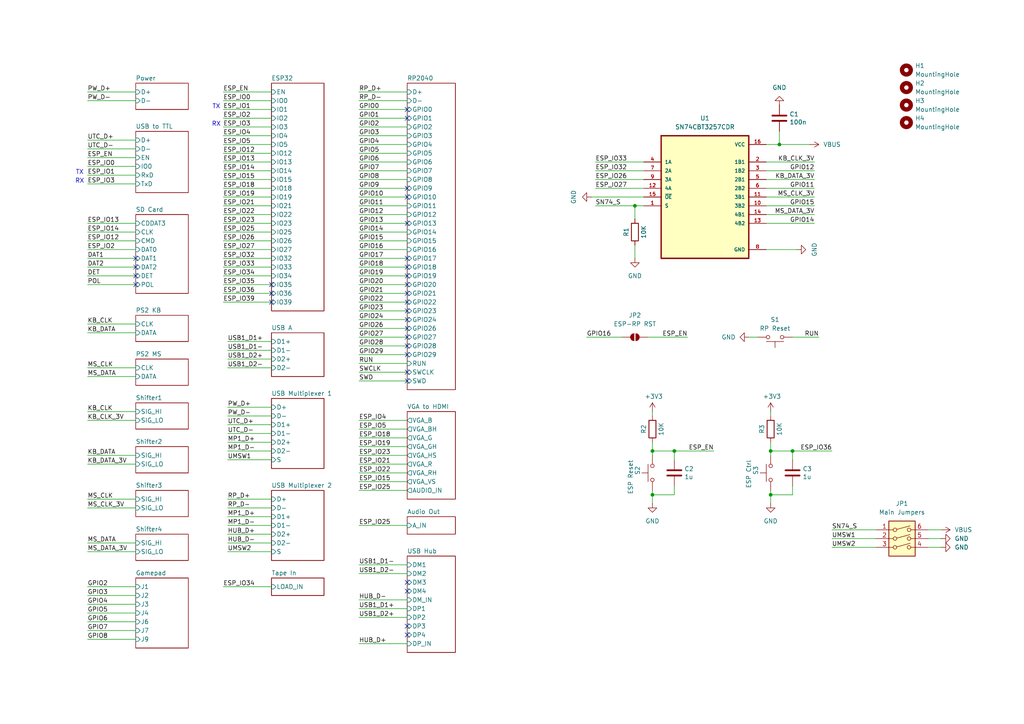
<source format=kicad_sch>
(kicad_sch (version 20250114) (generator "eeschema") (generator_version "9.0")
  (paper "A4")
  (title_block (title "${NAME} ${MODEL}") (date "2025-07-03") (rev "${VERSION}") (company "Mikhail Matveev") (comment 1 "https://github.com/rh1tech/echo"))
  (lib_symbols
    (symbol "Device:C" (pin_numbers (hide yes)) (pin_names (offset 0.254))
      (property "Reference" "C" (at 0.635 2.54 0))
      (property "Value" "C" (at 0.635 -2.54 0))
      (symbol "C_0_1"
        (polyline (pts (xy -2.032 0.762) (xy 2.032 0.762)) (stroke (width 0.508)))
        (polyline (pts (xy -2.032 -0.762) (xy 2.032 -0.762)) (stroke (width 0.508)))
      )
      (symbol "C_1_1"
        (pin passive line (at 0 3.81 270) (length 2.794) (name "~") (number "1"))
        (pin passive line (at 0 -3.81 90) (length 2.794) (name "~") (number "2"))
      )
    )
    (symbol "Device:R" (pin_numbers (hide yes)) (pin_names (offset 0))
      (property "Reference" "R" (at 2.032 0 90))
      (property "Value" "R" (at 0 0 90))
      (symbol "R_0_1"
        (rectangle (start -1.016 -2.54) (end 1.016 2.54) (stroke (width 0.254)))
      )
      (symbol "R_1_1"
        (pin passive line (at 0 3.81 270) (length 1.27) (name "~") (number "1"))
        (pin passive line (at 0 -3.81 90) (length 1.27) (name "~") (number "2"))
      )
    )
    (symbol "GND_1" (power) (pin_numbers (hide yes)) (pin_names (offset 0) (hide yes))
      (property "Value" "GND" (at 0 -3.81 0))
      (symbol "GND_1_0_1"
        (polyline (pts (xy 0 0) (xy 0 -1.27) (xy 1.27 -1.27) (xy 0 -2.54) (xy -1.27 -1.27) (xy 0 -1.27)))
      )
      (symbol "GND_1_1_1"
        (pin power_in line (at 0 0 270) (length 0) (name "~") (number "1"))
      )
    )
    (symbol "Jumper:SolderJumper_2_Open" (pin_numbers (hide yes)) (pin_names (offset 0) (hide yes)) (exclude_from_sim yes) (in_bom no)
      (property "Reference" "JP" (at 0 2.032 0))
      (property "Value" "SolderJumper_2_Open" (at 0 -2.54 0))
      (symbol "SolderJumper_2_Open_0_1"
        (polyline (pts (xy -0.254 1.016) (xy -0.254 -1.016)))
        (arc (start -0.254 -1.016) (mid -1.2656 0) (end -0.254 1.016))
        (arc (start -0.254 -1.016) (mid -1.2656 0) (end -0.254 1.016) (fill (type outline)))
        (arc (start 0.254 1.016) (mid 1.2656 0) (end 0.254 -1.016))
        (arc (start 0.254 1.016) (mid 1.2656 0) (end 0.254 -1.016) (fill (type outline)))
        (polyline (pts (xy 0.254 1.016) (xy 0.254 -1.016)))
      )
      (symbol "SolderJumper_2_Open_1_1"
        (pin passive line (at -3.81 0 0) (length 2.54) (name "A") (number "1"))
        (pin passive line (at 3.81 0 180) (length 2.54) (name "B") (number "2"))
      )
    )
    (symbol "Mechanical:MountingHole" (pin_names (offset 1.016)) (exclude_from_sim yes) (in_bom no)
      (property "Reference" "H" (at 0 5.08 0))
      (property "Value" "MountingHole" (at 0 3.175 0))
      (symbol "MountingHole_0_1"
        (circle (center 0 0) (radius 1.27) (stroke (width 1.27)))
      )
    )
    (symbol "SN74CBT3257CDR:SN74CBT3257CDR" (pin_names (offset 1.016))
      (property "Reference" "U" (at -12.7 18.78 0))
      (property "Value" "SN74CBT3257CDR" (at -12.7 -21.78 0))
      (symbol "SN74CBT3257CDR_0_0"
        (rectangle (start -12.7 -17.78) (end 12.7 17.78) (stroke (width 0.41)) (fill (type background)))
        (pin input line (at -17.78 10.16 0) (length 5.08) (name "1A") (number "4"))
        (pin input line (at -17.78 7.62 0) (length 5.08) (name "2A") (number "7"))
        (pin input line (at -17.78 5.08 0) (length 5.08) (name "3A") (number "9"))
        (pin input line (at -17.78 2.54 0) (length 5.08) (name "4A") (number "12"))
        (pin input line (at -17.78 0 0) (length 5.08) (name "~{OE}") (number "15"))
        (pin input line (at -17.78 -2.54 0) (length 5.08) (name "S") (number "1"))
        (pin power_in line (at 17.78 15.24 180) (length 5.08) (name "VCC") (number "16"))
        (pin output line (at 17.78 10.16 180) (length 5.08) (name "1B1") (number "2"))
        (pin output line (at 17.78 7.62 180) (length 5.08) (name "1B2") (number "3"))
        (pin output line (at 17.78 5.08 180) (length 5.08) (name "2B1") (number "5"))
        (pin output line (at 17.78 2.54 180) (length 5.08) (name "2B2") (number "6"))
        (pin output line (at 17.78 0 180) (length 5.08) (name "3B1") (number "11"))
        (pin output line (at 17.78 -2.54 180) (length 5.08) (name "3B2") (number "10"))
        (pin output line (at 17.78 -5.08 180) (length 5.08) (name "4B1") (number "14"))
        (pin output line (at 17.78 -7.62 180) (length 5.08) (name "4B2") (number "13"))
        (pin power_in line (at 17.78 -15.24 180) (length 5.08) (name "GND") (number "8"))
      )
    )
    (symbol "Switch:SW_DIP_x03" (pin_names (offset 0) (hide yes))
      (property "Reference" "SW" (at 0 6.35 0))
      (property "Value" "SW_DIP_x03" (at 0 -6.35 0))
      (symbol "SW_DIP_x03_0_0"
        (circle (center -2.032 2.54) (radius 0.508))
        (circle (center -2.032 0) (radius 0.508))
        (circle (center -2.032 -2.54) (radius 0.508))
        (polyline (pts (xy -1.524 2.667) (xy 2.3622 3.7084)))
        (polyline (pts (xy -1.524 0.127) (xy 2.3622 1.1684)))
        (polyline (pts (xy -1.524 -2.413) (xy 2.3622 -1.3716)))
        (circle (center 2.032 2.54) (radius 0.508))
        (circle (center 2.032 0) (radius 0.508))
        (circle (center 2.032 -2.54) (radius 0.508))
      )
      (symbol "SW_DIP_x03_0_1"
        (rectangle (start -3.81 5.08) (end 3.81 -5.08) (stroke (width 0.254)) (fill (type background)))
      )
      (symbol "SW_DIP_x03_1_1"
        (pin passive line (at -7.62 2.54 0) (length 5.08) (name "~") (number "1"))
        (pin passive line (at -7.62 0 0) (length 5.08) (name "~") (number "2"))
        (pin passive line (at -7.62 -2.54 0) (length 5.08) (name "~") (number "3"))
        (pin passive line (at 7.62 2.54 180) (length 5.08) (name "~") (number "6"))
        (pin passive line (at 7.62 0 180) (length 5.08) (name "~") (number "5"))
        (pin passive line (at 7.62 -2.54 180) (length 5.08) (name "~") (number "4"))
      )
    )
    (symbol "Switch:SW_Push" (pin_numbers (hide yes)) (pin_names (offset 1.016) (hide yes))
      (property "Reference" "SW" (at 1.27 2.54 0))
      (property "Value" "SW_Push" (at 0 -1.524 0))
      (symbol "SW_Push_0_1"
        (circle (center -2.032 0) (radius 0.508))
        (polyline (pts (xy 0 1.27) (xy 0 3.048)))
        (circle (center 2.032 0) (radius 0.508))
        (polyline (pts (xy 2.54 1.27) (xy -2.54 1.27)))
        (pin passive line (at -5.08 0 0) (length 2.54) (name "1") (number "1"))
        (pin passive line (at 5.08 0 180) (length 2.54) (name "2") (number "2"))
      )
    )
    (symbol "power:+3V3" (power) (pin_numbers (hide yes)) (pin_names (offset 0) (hide yes))
      (property "Value" "+3V3" (at 0 3.556 0))
      (symbol "+3V3_0_1"
        (polyline (pts (xy -0.762 1.27) (xy 0 2.54)))
        (polyline (pts (xy 0 2.54) (xy 0.762 1.27)))
        (polyline (pts (xy 0 0) (xy 0 2.54)))
      )
      (symbol "+3V3_1_1"
        (pin power_in line (at 0 0 90) (length 0) (name "~") (number "1"))
      )
    )
    (symbol "power:GND" (power) (pin_numbers (hide yes)) (pin_names (offset 0) (hide yes))
      (property "Value" "GND" (at 0 -3.81 0))
      (symbol "GND_0_1"
        (polyline (pts (xy 0 0) (xy 0 -1.27) (xy 1.27 -1.27) (xy 0 -2.54) (xy -1.27 -1.27) (xy 0 -1.27)))
      )
      (symbol "GND_1_1"
        (pin power_in line (at 0 0 270) (length 0) (name "~") (number "1"))
      )
    )
    (symbol "power:VBUS" (power) (pin_numbers (hide yes)) (pin_names (offset 0) (hide yes))
      (property "Value" "VBUS" (at 0 3.556 0))
      (symbol "VBUS_0_1"
        (polyline (pts (xy -0.762 1.27) (xy 0 2.54)))
        (polyline (pts (xy 0 2.54) (xy 0.762 1.27)))
        (polyline (pts (xy 0 0) (xy 0 2.54)))
      )
      (symbol "VBUS_1_1"
        (pin power_in line (at 0 0 90) (length 0) (name "~") (number "1"))
      )
    )
  )
  (text "RX" (at 23.114 52.578 0) (effects (font (size 1.27 1.27))))
  (text "TX" (at 62.738 30.988 0) (effects (font (size 1.27 1.27))))
  (text "RX" (at 62.738 36.068 0) (effects (font (size 1.27 1.27))))
  (text "TX" (at 23.114 50.038 0) (effects (font (size 1.27 1.27))))
  (junction (at 189.23 143.51))
  (junction (at 223.52 130.81))
  (junction (at 195.58 130.81))
  (junction (at 189.23 130.81))
  (junction (at 226.06 41.91))
  (junction (at 229.87 130.81))
  (junction (at 184.15 59.69))
  (junction (at 223.52 143.51))
  (no_connect (at 118.11 54.61))
  (no_connect (at 39.37 80.01))
  (no_connect (at 118.11 100.33))
  (no_connect (at 118.11 85.09))
  (no_connect (at 118.11 171.45))
  (no_connect (at 39.37 82.55))
  (no_connect (at 118.11 107.95))
  (no_connect (at 78.74 87.63))
  (no_connect (at 118.11 80.01))
  (no_connect (at 118.11 87.63))
  (no_connect (at 118.11 31.75))
  (no_connect (at 118.11 34.29))
  (no_connect (at 78.74 82.55))
  (no_connect (at 78.74 85.09))
  (no_connect (at 118.11 82.55))
  (no_connect (at 118.11 181.61))
  (no_connect (at 118.11 57.15))
  (no_connect (at 118.11 102.87))
  (no_connect (at 118.11 77.47))
  (no_connect (at 118.11 64.77))
  (no_connect (at 118.11 92.71))
  (no_connect (at 118.11 184.15))
  (no_connect (at 118.11 168.91))
  (no_connect (at 118.11 97.79))
  (no_connect (at 39.37 77.47))
  (no_connect (at 118.11 110.49))
  (no_connect (at 118.11 95.25))
  (no_connect (at 118.11 74.93))
  (no_connect (at 118.11 90.17))
  (no_connect (at 39.37 74.93))
  (wire (pts (xy 236.22 54.61) (xy 222.25 54.61)))
  (wire (pts (xy 172.72 46.99) (xy 186.69 46.99)))
  (wire (pts (xy 222.25 62.23) (xy 236.22 62.23)))
  (wire (pts (xy 189.23 119.38) (xy 189.23 120.65)))
  (wire (pts (xy 25.4 67.31) (xy 39.37 67.31)))
  (wire (pts (xy 171.45 57.15) (xy 186.69 57.15)))
  (wire (pts (xy 66.04 128.27) (xy 78.74 128.27)))
  (wire (pts (xy 104.14 69.85) (xy 118.11 69.85)))
  (wire (pts (xy 104.14 129.54) (xy 118.11 129.54)))
  (wire (pts (xy 25.4 43.18) (xy 39.37 43.18)))
  (wire (pts (xy 66.04 106.68) (xy 78.74 106.68)))
  (wire (pts (xy 64.77 87.63) (xy 78.74 87.63)))
  (wire (pts (xy 64.77 69.85) (xy 78.74 69.85)))
  (wire (pts (xy 104.14 176.53) (xy 118.11 176.53)))
  (wire (pts (xy 66.04 152.4) (xy 78.74 152.4)))
  (wire (pts (xy 104.14 121.92) (xy 118.11 121.92)))
  (wire (pts (xy 64.77 41.91) (xy 78.74 41.91)))
  (wire (pts (xy 66.04 99.06) (xy 78.74 99.06)))
  (wire (pts (xy 64.77 82.55) (xy 78.74 82.55)))
  (wire (pts (xy 104.14 139.7) (xy 118.11 139.7)))
  (wire (pts (xy 104.14 36.83) (xy 118.11 36.83)))
  (wire (pts (xy 64.77 77.47) (xy 78.74 77.47)))
  (wire (pts (xy 104.14 26.67) (xy 118.11 26.67)))
  (wire (pts (xy 222.25 41.91) (xy 226.06 41.91)))
  (wire (pts (xy 104.14 152.4) (xy 118.11 152.4)))
  (wire (pts (xy 222.25 57.15) (xy 236.22 57.15)))
  (wire (pts (xy 104.14 44.45) (xy 118.11 44.45)))
  (wire (pts (xy 104.14 85.09) (xy 118.11 85.09)))
  (wire (pts (xy 104.14 54.61) (xy 118.11 54.61)))
  (wire (pts (xy 66.04 160.02) (xy 78.74 160.02)))
  (wire (pts (xy 64.77 36.83) (xy 78.74 36.83)))
  (wire (pts (xy 66.04 149.86) (xy 78.74 149.86)))
  (wire (pts (xy 172.72 59.69) (xy 184.15 59.69)))
  (wire (pts (xy 219.71 97.79) (xy 217.17 97.79)))
  (wire (pts (xy 25.4 172.72) (xy 39.37 172.72)))
  (wire (pts (xy 104.14 31.75) (xy 118.11 31.75)))
  (wire (pts (xy 66.04 154.94) (xy 78.74 154.94)))
  (wire (pts (xy 25.4 40.64) (xy 39.37 40.64)))
  (wire (pts (xy 64.77 64.77) (xy 78.74 64.77)))
  (wire (pts (xy 189.23 130.81) (xy 195.58 130.81)))
  (wire (pts (xy 104.14 87.63) (xy 118.11 87.63)))
  (wire (pts (xy 223.52 119.38) (xy 223.52 120.65)))
  (wire (pts (xy 170.18 97.79) (xy 180.34 97.79)))
  (wire (pts (xy 189.23 130.81) (xy 189.23 132.08)))
  (wire (pts (xy 187.96 97.79) (xy 199.39 97.79)))
  (wire (pts (xy 269.24 156.21) (xy 273.05 156.21)))
  (wire (pts (xy 222.25 64.77) (xy 236.22 64.77)))
  (wire (pts (xy 25.4 134.62) (xy 39.37 134.62)))
  (wire (pts (xy 25.4 48.26) (xy 39.37 48.26)))
  (wire (pts (xy 104.14 142.24) (xy 118.11 142.24)))
  (wire (pts (xy 64.77 67.31) (xy 78.74 67.31)))
  (wire (pts (xy 25.4 50.8) (xy 39.37 50.8)))
  (wire (pts (xy 25.4 109.22) (xy 39.37 109.22)))
  (wire (pts (xy 104.14 57.15) (xy 118.11 57.15)))
  (wire (pts (xy 64.77 59.69) (xy 78.74 59.69)))
  (wire (pts (xy 104.14 179.07) (xy 118.11 179.07)))
  (wire (pts (xy 66.04 104.14) (xy 78.74 104.14)))
  (wire (pts (xy 64.77 26.67) (xy 78.74 26.67)))
  (wire (pts (xy 25.4 26.67) (xy 39.37 26.67)))
  (wire (pts (xy 66.04 118.11) (xy 78.74 118.11)))
  (wire (pts (xy 104.14 77.47) (xy 118.11 77.47)))
  (wire (pts (xy 64.77 80.01) (xy 78.74 80.01)))
  (wire (pts (xy 25.4 180.34) (xy 39.37 180.34)))
  (wire (pts (xy 25.4 69.85) (xy 39.37 69.85)))
  (wire (pts (xy 104.14 97.79) (xy 118.11 97.79)))
  (wire (pts (xy 64.77 49.53) (xy 78.74 49.53)))
  (wire (pts (xy 25.4 93.98) (xy 39.37 93.98)))
  (wire (pts (xy 223.52 128.27) (xy 223.52 130.81)))
  (wire (pts (xy 66.04 123.19) (xy 78.74 123.19)))
  (wire (pts (xy 25.4 119.38) (xy 39.37 119.38)))
  (wire (pts (xy 234.95 41.91) (xy 226.06 41.91)))
  (wire (pts (xy 25.4 45.72) (xy 39.37 45.72)))
  (wire (pts (xy 104.14 49.53) (xy 118.11 49.53)))
  (wire (pts (xy 64.77 31.75) (xy 78.74 31.75)))
  (wire (pts (xy 25.4 72.39) (xy 39.37 72.39)))
  (wire (pts (xy 25.4 144.78) (xy 39.37 144.78)))
  (wire (pts (xy 25.4 185.42) (xy 39.37 185.42)))
  (wire (pts (xy 104.14 59.69) (xy 118.11 59.69)))
  (wire (pts (xy 25.4 177.8) (xy 39.37 177.8)))
  (wire (pts (xy 25.4 175.26) (xy 39.37 175.26)))
  (wire (pts (xy 64.77 72.39) (xy 78.74 72.39)))
  (wire (pts (xy 229.87 130.81) (xy 241.3 130.81)))
  (wire (pts (xy 104.14 74.93) (xy 118.11 74.93)))
  (wire (pts (xy 184.15 59.69) (xy 184.15 63.5)))
  (wire (pts (xy 172.72 52.07) (xy 186.69 52.07)))
  (wire (pts (xy 64.77 34.29) (xy 78.74 34.29)))
  (wire (pts (xy 25.4 147.32) (xy 39.37 147.32)))
  (wire (pts (xy 184.15 71.12) (xy 184.15 74.93)))
  (wire (pts (xy 66.04 101.6) (xy 78.74 101.6)))
  (wire (pts (xy 104.14 100.33) (xy 118.11 100.33)))
  (wire (pts (xy 189.23 143.51) (xy 189.23 142.24)))
  (wire (pts (xy 25.4 121.92) (xy 39.37 121.92)))
  (wire (pts (xy 104.14 124.46) (xy 118.11 124.46)))
  (wire (pts (xy 64.77 29.21) (xy 78.74 29.21)))
  (wire (pts (xy 66.04 120.65) (xy 78.74 120.65)))
  (wire (pts (xy 229.87 130.81) (xy 229.87 133.35)))
  (wire (pts (xy 25.4 96.52) (xy 39.37 96.52)))
  (wire (pts (xy 104.14 132.08) (xy 118.11 132.08)))
  (wire (pts (xy 189.23 143.51) (xy 195.58 143.51)))
  (wire (pts (xy 104.14 80.01) (xy 118.11 80.01)))
  (wire (pts (xy 25.4 29.21) (xy 39.37 29.21)))
  (wire (pts (xy 104.14 29.21) (xy 118.11 29.21)))
  (wire (pts (xy 104.14 62.23) (xy 118.11 62.23)))
  (wire (pts (xy 184.15 59.69) (xy 186.69 59.69)))
  (wire (pts (xy 66.04 133.35) (xy 78.74 133.35)))
  (wire (pts (xy 104.14 46.99) (xy 118.11 46.99)))
  (wire (pts (xy 222.25 52.07) (xy 236.22 52.07)))
  (wire (pts (xy 64.77 170.18) (xy 78.74 170.18)))
  (wire (pts (xy 195.58 130.81) (xy 195.58 133.35)))
  (wire (pts (xy 104.14 105.41) (xy 118.11 105.41)))
  (wire (pts (xy 229.87 140.97) (xy 229.87 143.51)))
  (wire (pts (xy 64.77 39.37) (xy 78.74 39.37)))
  (wire (pts (xy 104.14 72.39) (xy 118.11 72.39)))
  (wire (pts (xy 25.4 157.48) (xy 39.37 157.48)))
  (wire (pts (xy 104.14 90.17) (xy 118.11 90.17)))
  (wire (pts (xy 104.14 186.69) (xy 118.11 186.69)))
  (wire (pts (xy 223.52 143.51) (xy 229.87 143.51)))
  (wire (pts (xy 222.25 59.69) (xy 236.22 59.69)))
  (wire (pts (xy 223.52 130.81) (xy 223.52 132.08)))
  (wire (pts (xy 104.14 110.49) (xy 118.11 110.49)))
  (wire (pts (xy 104.14 67.31) (xy 118.11 67.31)))
  (wire (pts (xy 66.04 130.81) (xy 78.74 130.81)))
  (wire (pts (xy 104.14 134.62) (xy 118.11 134.62)))
  (wire (pts (xy 104.14 41.91) (xy 118.11 41.91)))
  (wire (pts (xy 104.14 92.71) (xy 118.11 92.71)))
  (wire (pts (xy 64.77 57.15) (xy 78.74 57.15)))
  (wire (pts (xy 223.52 143.51) (xy 223.52 142.24)))
  (wire (pts (xy 64.77 62.23) (xy 78.74 62.23)))
  (wire (pts (xy 25.4 77.47) (xy 39.37 77.47)))
  (wire (pts (xy 104.14 102.87) (xy 118.11 102.87)))
  (wire (pts (xy 64.77 44.45) (xy 78.74 44.45)))
  (wire (pts (xy 241.3 153.67) (xy 254 153.67)))
  (wire (pts (xy 64.77 52.07) (xy 78.74 52.07)))
  (wire (pts (xy 104.14 163.83) (xy 118.11 163.83)))
  (wire (pts (xy 231.14 72.39) (xy 222.25 72.39)))
  (wire (pts (xy 195.58 130.81) (xy 207.01 130.81)))
  (wire (pts (xy 104.14 82.55) (xy 118.11 82.55)))
  (wire (pts (xy 189.23 128.27) (xy 189.23 130.81)))
  (wire (pts (xy 226.06 38.1) (xy 226.06 41.91)))
  (wire (pts (xy 195.58 140.97) (xy 195.58 143.51)))
  (wire (pts (xy 104.14 173.99) (xy 118.11 173.99)))
  (wire (pts (xy 64.77 46.99) (xy 78.74 46.99)))
  (wire (pts (xy 25.4 132.08) (xy 39.37 132.08)))
  (wire (pts (xy 66.04 157.48) (xy 78.74 157.48)))
  (wire (pts (xy 104.14 137.16) (xy 118.11 137.16)))
  (wire (pts (xy 172.72 54.61) (xy 186.69 54.61)))
  (wire (pts (xy 104.14 39.37) (xy 118.11 39.37)))
  (wire (pts (xy 104.14 127) (xy 118.11 127)))
  (wire (pts (xy 223.52 146.05) (xy 223.52 143.51)))
  (wire (pts (xy 25.4 80.01) (xy 39.37 80.01)))
  (wire (pts (xy 66.04 125.73) (xy 78.74 125.73)))
  (wire (pts (xy 241.3 156.21) (xy 254 156.21)))
  (wire (pts (xy 222.25 49.53) (xy 236.22 49.53)))
  (wire (pts (xy 25.4 170.18) (xy 39.37 170.18)))
  (wire (pts (xy 25.4 64.77) (xy 39.37 64.77)))
  (wire (pts (xy 104.14 52.07) (xy 118.11 52.07)))
  (wire (pts (xy 172.72 49.53) (xy 186.69 49.53)))
  (wire (pts (xy 104.14 64.77) (xy 118.11 64.77)))
  (wire (pts (xy 64.77 54.61) (xy 78.74 54.61)))
  (wire (pts (xy 104.14 107.95) (xy 118.11 107.95)))
  (wire (pts (xy 64.77 85.09) (xy 78.74 85.09)))
  (wire (pts (xy 104.14 34.29) (xy 118.11 34.29)))
  (wire (pts (xy 229.87 97.79) (xy 237.49 97.79)))
  (wire (pts (xy 241.3 158.75) (xy 254 158.75)))
  (wire (pts (xy 104.14 166.37) (xy 118.11 166.37)))
  (wire (pts (xy 66.04 144.78) (xy 78.74 144.78)))
  (wire (pts (xy 189.23 146.05) (xy 189.23 143.51)))
  (wire (pts (xy 25.4 160.02) (xy 39.37 160.02)))
  (wire (pts (xy 25.4 182.88) (xy 39.37 182.88)))
  (wire (pts (xy 223.52 130.81) (xy 229.87 130.81)))
  (wire (pts (xy 104.14 95.25) (xy 118.11 95.25)))
  (wire (pts (xy 269.24 158.75) (xy 273.05 158.75)))
  (wire (pts (xy 269.24 153.67) (xy 273.05 153.67)))
  (wire (pts (xy 25.4 82.55) (xy 39.37 82.55)))
  (wire (pts (xy 25.4 106.68) (xy 39.37 106.68)))
  (wire (pts (xy 25.4 74.93) (xy 39.37 74.93)))
  (wire (pts (xy 66.04 147.32) (xy 78.74 147.32)))
  (wire (pts (xy 236.22 46.99) (xy 222.25 46.99)))
  (wire (pts (xy 64.77 74.93) (xy 78.74 74.93)))
  (wire (pts (xy 25.4 53.34) (xy 39.37 53.34)))
  (label "ESP_IO19" (at 104.14 129.54 0))
  (label "ESP_EN" (at 64.77 26.67 0))
  (label "KB_DATA" (at 25.4 96.52 0))
  (label "GPIO22" (at 104.14 87.63 0))
  (label "RP_D-" (at 66.04 147.32 0))
  (label "GPIO4" (at 104.14 41.91 0))
  (label "HUB_D-" (at 66.04 157.48 0))
  (label "ESP_IO19" (at 64.77 57.15 0))
  (label "GPIO16" (at 170.18 97.79 0))
  (label "GPIO5" (at 104.14 44.45 0))
  (label "ESP_IO18" (at 104.14 127 0))
  (label "DAT1" (at 25.4 74.93 0))
  (label "GPIO8" (at 25.4 185.42 0))
  (label "PW_D+" (at 66.04 118.11 0))
  (label "USB1_D2-" (at 104.14 166.37 0))
  (label "ESP_IO26" (at 64.77 69.85 0))
  (label "USB1_D2-" (at 66.04 106.68 0))
  (label "ESP_IO25" (at 104.14 142.24 0))
  (label "ESP_IO33" (at 64.77 77.47 0))
  (label "MS_DATA_3V" (at 236.22 62.23 180))
  (label "UTC_D-" (at 66.04 125.73 0))
  (label "ESP_IO12" (at 64.77 44.45 0))
  (label "MS_DATA_3V" (at 25.4 160.02 0))
  (label "MS_DATA" (at 25.4 157.48 0))
  (label "ESP_IO13" (at 64.77 46.99 0))
  (label "ESP_IO2" (at 64.77 34.29 0))
  (label "UMSW1" (at 241.3 156.21 0))
  (label "USB1_D1-" (at 66.04 101.6 0))
  (label "MS_CLK" (at 25.4 106.68 0))
  (label "GPIO8" (at 104.14 52.07 0))
  (label "GPIO14" (at 104.14 67.31 0))
  (label "ESP_IO39" (at 64.77 87.63 0))
  (label "ESP_IO4" (at 104.14 121.92 0))
  (label "USB1_D1+" (at 66.04 99.06 0))
  (label "GPIO29" (at 104.14 102.87 0))
  (label "ESP_IO12" (at 25.4 69.85 0))
  (label "ESP_IO1" (at 64.77 31.75 0))
  (label "PW_D-" (at 25.4 29.21 0))
  (label "GPIO23" (at 104.14 90.17 0))
  (label "MP1_D-" (at 66.04 152.4 0))
  (label "ESP_IO0" (at 25.4 48.26 0))
  (label "ESP_IO0" (at 64.77 29.21 0))
  (label "ESP_EN" (at 199.39 97.79 180))
  (label "KB_CLK_3V" (at 25.4 121.92 0))
  (label "KB_CLK_3V" (at 236.22 46.99 180))
  (label "GPIO0" (at 104.14 31.75 0))
  (label "MS_CLK" (at 25.4 144.78 0))
  (label "ESP_IO3" (at 25.4 53.34 0))
  (label "GPIO15" (at 104.14 69.85 0))
  (label "GPIO10" (at 104.14 57.15 0))
  (label "ESP_IO22" (at 104.14 137.16 0))
  (label "GPIO15" (at 236.22 59.69 180))
  (label "GPIO3" (at 25.4 172.72 0))
  (label "USB1_D2+" (at 66.04 104.14 0))
  (label "GPIO12" (at 104.14 62.23 0))
  (label "DET" (at 25.4 80.01 0))
  (label "GPIO11" (at 104.14 59.69 0))
  (label "KB_DATA_3V" (at 236.22 52.07 180))
  (label "ESP_IO5" (at 104.14 124.46 0))
  (label "SN74_S" (at 172.72 59.69 0))
  (label "GPIO20" (at 104.14 82.55 0))
  (label "GPIO11" (at 236.22 54.61 180))
  (label "SWD" (at 104.14 110.49 0))
  (label "ESP_IO27" (at 172.72 54.61 0))
  (label "ESP_IO22" (at 64.77 62.23 0))
  (label "GPIO7" (at 104.14 49.53 0))
  (label "USB1_D1-" (at 104.14 163.83 0))
  (label "ESP_EN" (at 207.01 130.81 180))
  (label "ESP_IO33" (at 172.72 46.99 0))
  (label "ESP_IO34" (at 64.77 80.01 0))
  (label "MS_DATA" (at 25.4 109.22 0))
  (label "GPIO28" (at 104.14 100.33 0))
  (label "PW_D+" (at 25.4 26.67 0))
  (label "HUB_D-" (at 104.14 173.99 0))
  (label "ESP_IO15" (at 104.14 139.7 0))
  (label "ESP_IO32" (at 172.72 49.53 0))
  (label "ESP_IO3" (at 64.77 36.83 0))
  (label "GPIO3" (at 104.14 39.37 0))
  (label "KB_CLK" (at 25.4 93.98 0))
  (label "GPIO7" (at 25.4 182.88 0))
  (label "RP_D+" (at 104.14 26.67 0))
  (label "RP_D-" (at 104.14 29.21 0))
  (label "GPIO1" (at 104.14 34.29 0))
  (label "POL" (at 25.4 82.55 0))
  (label "GPIO17" (at 104.14 74.93 0))
  (label "UMSW2" (at 241.3 158.75 0))
  (label "MS_CLK_3V" (at 25.4 147.32 0))
  (label "RP_D+" (at 66.04 144.78 0))
  (label "GPIO6" (at 25.4 180.34 0))
  (label "ESP_IO21" (at 104.14 134.62 0))
  (label "ESP_IO25" (at 104.14 152.4 0))
  (label "ESP_IO32" (at 64.77 74.93 0))
  (label "GPIO16" (at 104.14 72.39 0))
  (label "ESP_IO14" (at 64.77 49.53 0))
  (label "GPIO27" (at 104.14 97.79 0))
  (label "PW_D-" (at 66.04 120.65 0))
  (label "GPIO24" (at 104.14 92.71 0))
  (label "UTC_D-" (at 25.4 43.18 0))
  (label "HUB_D+" (at 66.04 154.94 0))
  (label "ESP_IO23" (at 104.14 132.08 0))
  (label "MP1_D-" (at 66.04 130.81 0))
  (label "DAT2" (at 25.4 77.47 0))
  (label "ESP_IO27" (at 64.77 72.39 0))
  (label "MP1_D+" (at 66.04 149.86 0))
  (label "ESP_IO34" (at 64.77 170.18 0))
  (label "GPIO6" (at 104.14 46.99 0))
  (label "SWCLK" (at 104.14 107.95 0))
  (label "GPIO18" (at 104.14 77.47 0))
  (label "SN74_S" (at 241.3 153.67 0))
  (label "ESP_EN" (at 25.4 45.72 0))
  (label "GPIO2" (at 25.4 170.18 0))
  (label "KB_CLK" (at 25.4 119.38 0))
  (label "UMSW2" (at 66.04 160.02 0))
  (label "GPIO4" (at 25.4 175.26 0))
  (label "ESP_IO1" (at 25.4 50.8 0))
  (label "ESP_IO36" (at 241.3 130.81 180))
  (label "ESP_IO36" (at 64.77 85.09 0))
  (label "USB1_D2+" (at 104.14 179.07 0))
  (label "UTC_D+" (at 66.04 123.19 0))
  (label "ESP_IO21" (at 64.77 59.69 0))
  (label "MP1_D+" (at 66.04 128.27 0))
  (label "KB_DATA" (at 25.4 132.08 0))
  (label "RUN" (at 237.49 97.79 180))
  (label "ESP_IO4" (at 64.77 39.37 0))
  (label "MS_CLK_3V" (at 236.22 57.15 180))
  (label "GPIO2" (at 104.14 36.83 0))
  (label "ESP_IO2" (at 25.4 72.39 0))
  (label "ESP_IO15" (at 64.77 52.07 0))
  (label "GPIO19" (at 104.14 80.01 0))
  (label "KB_DATA_3V" (at 25.4 134.62 0))
  (label "HUB_D+" (at 104.14 186.69 0))
  (label "ESP_IO13" (at 25.4 64.77 0))
  (label "GPIO5" (at 25.4 177.8 0))
  (label "UMSW1" (at 66.04 133.35 0))
  (label "ESP_IO5" (at 64.77 41.91 0))
  (label "ESP_IO23" (at 64.77 64.77 0))
  (label "GPIO21" (at 104.14 85.09 0))
  (label "GPIO9" (at 104.14 54.61 0))
  (label "ESP_IO35" (at 64.77 82.55 0))
  (label "USB1_D1+" (at 104.14 176.53 0))
  (label "GPIO13" (at 104.14 64.77 0))
  (label "ESP_IO25" (at 64.77 67.31 0))
  (label "GPIO26" (at 104.14 95.25 0))
  (label "ESP_IO18" (at 64.77 54.61 0))
  (label "UTC_D+" (at 25.4 40.64 0))
  (label "RUN" (at 104.14 105.41 0))
  (label "GPIO14" (at 236.22 64.77 180))
  (label "ESP_IO14" (at 25.4 67.31 0))
  (label "ESP_IO26" (at 172.72 52.07 0))
  (label "GPIO12" (at 236.22 49.53 180))
  (symbol (lib_id "power:GND") (at 231.14 72.39 90) (unit 1)
    (property "Reference" "#PWR04" (effects (hide yes)))
    (property "Value" "GND" (at 236.22 72.39 0))
    (property "Description" "Power symbol creates a global label with name \"GND\" , ground" (effects (hide yes)))
  )
  (symbol (lib_id "SN74CBT3257CDR:SN74CBT3257CDR") (at 204.47 57.15 0) (unit 1)
    (property "Reference" "U1" (at 204.47 34.29 0))
    (property "Value" "SN74CBT3257CDR" (at 204.47 36.83 0))
    (property "Footprint" "FRANK:SOP-16" (effects (hide yes)))
    (property "MF" "Texas Instruments" (effects (hide yes)))
    (property "Description_1" "5-V, 2:1 (SPDT), 4-channel FET bus switch with –2-V undershoot protection" (effects (hide yes)))
    (property "Package" "SOIC-16 Texas Instruments" (effects (hide yes)))
    (property "Price" "None" (effects (hide yes)))
    (property "SnapEDA_Link" "https://www.snapeda.com/parts/SN74CBT3257CDR/Texas+Instruments/view-part/?ref=snap" (effects (hide yes)))
    (property "MP" "SN74CBT3257CDR" (effects (hide yes)))
    (property "Availability" "In Stock" (effects (hide yes)))
    (property "Check_prices" "https://www.snapeda.com/parts/SN74CBT3257CDR/Texas+Instruments/view-part/?ref=eda" (effects (hide yes)))
  )
  (symbol (lib_id "Switch:SW_DIP_x03") (at 261.62 156.21 0) (unit 1)
    (property "Reference" "JP1" (at 261.62 146.05 0))
    (property "Value" "Main Jumpers" (at 261.62 148.59 0))
    (property "Footprint" "FRANK:SW_DS05-127-2-03BK-SMT-TR" (effects (hide yes)))
    (property "Description" "3x DIP Switch, Single Pole Single Throw (SPST) switch, small symbol" (effects (hide yes)))
    (property "AliExpress" "https://www.aliexpress.com/item/1005006144087226.html" (effects (hide yes)))
  )
  (symbol (lib_id "power:GND") (at 184.15 74.93 0) (unit 1)
    (property "Reference" "#PWR05" (effects (hide yes)))
    (property "Value" "GND" (at 184.15 80.01 0))
    (property "Description" "Power symbol creates a global label with name \"GND\" , ground" (effects (hide yes)))
  )
  (symbol (lib_id "power:GND") (at 226.06 30.48 180) (unit 1)
    (property "Reference" "#PWR01" (effects (hide yes)))
    (property "Value" "GND" (at 226.06 25.4 0))
    (property "Description" "Power symbol creates a global label with name \"GND\" , ground" (effects (hide yes)))
  )
  (symbol (lib_id "Switch:SW_Push") (at 223.52 137.16 90) (unit 1)
    (property "Reference" "S3" (at 219.202 135.128 0) (effects (justify right)))
    (property "Value" "ESP Ctrl" (at 217.17 133.35 0) (effects (justify right)))
    (property "Footprint" "FRANK:TACT-SIDE-4623" (effects (hide yes)))
    (property "Description" "Push button switch, generic, two pins" (effects (hide yes)))
    (property "AliExpress" "https://www.aliexpress.com/item/1005007359248990.html" (effects (hide yes)))
  )
  (symbol (lib_id "Device:R") (at 184.15 67.31 180) (unit 1)
    (property "Reference" "R1" (at 181.61 67.31 90))
    (property "Value" "10K" (at 186.69 67.31 90))
    (property "Footprint" "FRANK:Resistor (0402)" (effects (hide yes)))
    (property "Datasheet" "https://www.vishay.com/docs/28952/mcs0402at-mct0603at-mcu0805at-mca1206at.pdf" (effects (hide yes)))
    (property "AliExpress" "https://www.aliexpress.com/item/1005005945735199.html" (effects (hide yes)))
  )
  (symbol (lib_name "GND_1") (lib_id "power:GND") (at 273.05 156.21 90) (unit 1)
    (property "Reference" "#PWR012" (effects (hide yes)))
    (property "Value" "GND" (at 276.86 156.2099 90) (effects (justify right)))
    (property "Description" "Power symbol creates a global label with name \"GND\" , ground" (effects (hide yes)))
  )
  (symbol (lib_name "GND_1") (lib_id "power:GND") (at 217.17 97.79 270) (unit 1)
    (property "Reference" "#PWR06" (effects (hide yes)))
    (property "Value" "GND" (at 213.36 97.7899 90) (effects (justify right)))
    (property "Description" "Power symbol creates a global label with name \"GND\" , ground" (effects (hide yes)))
  )
  (symbol (lib_id "power:VBUS") (at 273.05 153.67 270) (unit 1)
    (property "Reference" "#PWR011" (effects (hide yes)))
    (property "Value" "VBUS" (at 276.86 153.6699 90) (effects (justify left)))
    (property "Description" "Power symbol creates a global label with name \"VBUS\"" (effects (hide yes)))
  )
  (symbol (lib_id "power:+3V3") (at 189.23 119.38 0) (unit 1)
    (property "Reference" "#PWR07" (effects (hide yes)))
    (property "Value" "+3V3" (at 189.611 114.9858 0))
    (property "Description" "Power symbol creates a global label with name \"+3V3\"" (effects (hide yes)))
  )
  (symbol (lib_id "Device:R") (at 223.52 124.46 180) (unit 1)
    (property "Reference" "R3" (at 220.98 124.46 90))
    (property "Value" "10K" (at 226.06 124.46 90))
    (property "Footprint" "FRANK:Resistor (0402)" (effects (hide yes)))
    (property "Datasheet" "https://www.vishay.com/docs/28952/mcs0402at-mct0603at-mcu0805at-mca1206at.pdf" (effects (hide yes)))
    (property "AliExpress" "https://www.aliexpress.com/item/1005005945735199.html" (effects (hide yes)))
  )
  (symbol (lib_id "power:VBUS") (at 234.95 41.91 270) (unit 1)
    (property "Reference" "#PWR02" (effects (hide yes)))
    (property "Value" "VBUS" (at 238.76 41.9099 90) (effects (justify left)))
    (property "Description" "Power symbol creates a global label with name \"VBUS\"" (effects (hide yes)))
  )
  (symbol (lib_id "Switch:SW_Push") (at 189.23 137.16 90) (unit 1)
    (property "Reference" "S2" (at 184.912 135.128 0) (effects (justify right)))
    (property "Value" "ESP Reset" (at 182.88 133.35 0) (effects (justify right)))
    (property "Footprint" "FRANK:TACT-SIDE-4623" (effects (hide yes)))
    (property "Description" "Push button switch, generic, two pins" (effects (hide yes)))
    (property "AliExpress" "https://www.aliexpress.com/item/1005007359248990.html" (effects (hide yes)))
  )
  (symbol (lib_id "power:+3V3") (at 223.52 119.38 0) (unit 1)
    (property "Reference" "#PWR08" (effects (hide yes)))
    (property "Value" "+3V3" (at 223.901 114.9858 0))
    (property "Description" "Power symbol creates a global label with name \"+3V3\"" (effects (hide yes)))
  )
  (symbol (lib_id "Device:C") (at 195.58 137.16 0) (unit 1)
    (property "Reference" "C2" (at 198.501 135.9916 0) (effects (justify left)))
    (property "Value" "1u" (at 198.501 138.303 0) (effects (justify left)))
    (property "Footprint" "FRANK:Capacitor (0805)" (effects (hide yes)))
    (property "Datasheet" "https://eu.mouser.com/datasheet/2/40/KGM_X7R-3223212.pdf" (effects (hide yes)))
    (property "AliExpress" "https://www.aliexpress.com/item/33008008276.html" (effects (hide yes)))
  )
  (symbol (lib_id "Device:C") (at 226.06 34.29 0) (unit 1)
    (property "Reference" "C1" (at 228.981 33.1216 0) (effects (justify left)))
    (property "Value" "100n" (at 228.981 35.433 0) (effects (justify left)))
    (property "Footprint" "FRANK:Capacitor (0402)" (effects (hide yes)))
    (property "Datasheet" "https://eu.mouser.com/datasheet/2/40/KGM_X7R-3223212.pdf" (effects (hide yes)))
    (property "AliExpress" "https://www.aliexpress.com/item/33008008276.html" (effects (hide yes)))
  )
  (symbol (lib_id "Device:R") (at 189.23 124.46 180) (unit 1)
    (property "Reference" "R2" (at 186.69 124.46 90))
    (property "Value" "10K" (at 191.77 124.46 90))
    (property "Footprint" "FRANK:Resistor (0402)" (effects (hide yes)))
    (property "Datasheet" "https://www.vishay.com/docs/28952/mcs0402at-mct0603at-mcu0805at-mca1206at.pdf" (effects (hide yes)))
    (property "AliExpress" "https://www.aliexpress.com/item/1005005945735199.html" (effects (hide yes)))
  )
  (symbol (lib_id "Jumper:SolderJumper_2_Open") (at 184.15 97.79 0) (unit 1) (exclude_from_sim yes) (in_bom no)
    (property "Reference" "JP2" (at 184.15 91.44 0))
    (property "Value" "ESP-RP RST" (at 184.15 93.98 0))
    (property "Footprint" "FRANK:Jumper (solder)" (effects (hide yes)))
    (property "Description" "Solder Jumper, 2-pole, open" (effects (hide yes)))
  )
  (symbol (lib_id "Device:C") (at 229.87 137.16 0) (unit 1)
    (property "Reference" "C3" (at 232.791 135.9916 0) (effects (justify left)))
    (property "Value" "1u" (at 232.791 138.303 0) (effects (justify left)))
    (property "Footprint" "FRANK:Capacitor (0805)" (effects (hide yes)))
    (property "Datasheet" "https://eu.mouser.com/datasheet/2/40/KGM_X7R-3223212.pdf" (effects (hide yes)))
    (property "AliExpress" "https://www.aliexpress.com/item/33008008276.html" (effects (hide yes)))
  )
  (symbol (lib_id "power:GND") (at 171.45 57.15 270) (unit 1)
    (property "Reference" "#PWR03" (effects (hide yes)))
    (property "Value" "GND" (at 166.37 57.15 0))
    (property "Description" "Power symbol creates a global label with name \"GND\" , ground" (effects (hide yes)))
  )
  (symbol (lib_id "Mechanical:MountingHole") (at 262.89 30.48 0) (unit 1) (exclude_from_sim yes) (in_bom no)
    (property "Reference" "H3" (at 265.43 29.2099 0) (effects (justify left)))
    (property "Value" "MountingHole" (at 265.43 31.7499 0) (effects (justify left)))
    (property "Footprint" "FRANK:Mounting Hole (2.7mm)" (effects (hide yes)))
    (property "Description" "Mounting Hole without connection" (effects (hide yes)))
  )
  (symbol (lib_name "GND_1") (lib_id "power:GND") (at 273.05 158.75 90) (unit 1)
    (property "Reference" "#PWR013" (effects (hide yes)))
    (property "Value" "GND" (at 276.86 158.7499 90) (effects (justify right)))
    (property "Description" "Power symbol creates a global label with name \"GND\" , ground" (effects (hide yes)))
  )
  (symbol (lib_id "Mechanical:MountingHole") (at 262.89 25.4 0) (unit 1) (exclude_from_sim yes) (in_bom no)
    (property "Reference" "H2" (at 265.43 24.1299 0) (effects (justify left)))
    (property "Value" "MountingHole" (at 265.43 26.6699 0) (effects (justify left)))
    (property "Footprint" "FRANK:Mounting Hole (2.7mm)" (effects (hide yes)))
    (property "Description" "Mounting Hole without connection" (effects (hide yes)))
  )
  (symbol (lib_id "Mechanical:MountingHole") (at 262.89 35.56 0) (unit 1) (exclude_from_sim yes) (in_bom no)
    (property "Reference" "H4" (at 265.43 34.2899 0) (effects (justify left)))
    (property "Value" "MountingHole" (at 265.43 36.8299 0) (effects (justify left)))
    (property "Footprint" "FRANK:Mounting Hole (2.7mm)" (effects (hide yes)))
    (property "Description" "Mounting Hole without connection" (effects (hide yes)))
  )
  (symbol (lib_id "power:GND") (at 189.23 146.05 0) (unit 1)
    (property "Reference" "#PWR09" (effects (hide yes)))
    (property "Value" "GND" (at 189.23 151.13 0))
    (property "Description" "Power symbol creates a global label with name \"GND\" , ground" (effects (hide yes)))
  )
  (symbol (lib_id "Mechanical:MountingHole") (at 262.89 20.32 0) (unit 1) (exclude_from_sim yes) (in_bom no)
    (property "Reference" "H1" (at 265.43 19.0499 0) (effects (justify left)))
    (property "Value" "MountingHole" (at 265.43 21.5899 0) (effects (justify left)))
    (property "Footprint" "FRANK:Mounting Hole (2.7mm)" (effects (hide yes)))
    (property "Description" "Mounting Hole without connection" (effects (hide yes)))
  )
  (symbol (lib_id "Switch:SW_Push") (at 224.79 97.79 180) (unit 1)
    (property "Reference" "S1" (at 224.79 92.71 0))
    (property "Value" "RP Reset" (at 224.79 95.25 0))
    (property "Footprint" "FRANK:TACT-SIDE-4623" (effects (hide yes)))
    (property "Datasheet" "https://parts4laptops.eu/en/microbuttons/3300-microbutton-tact-switch-ts-1233-33x33x15mm-smt-mounting.html" (effects (hide yes)))
    (property "AliExpress" "https://www.aliexpress.com/item/1005007359248990.html" (effects (hide yes)))
  )
  (symbol (lib_id "power:GND") (at 223.52 146.05 0) (unit 1)
    (property "Reference" "#PWR010" (effects (hide yes)))
    (property "Value" "GND" (at 223.52 151.13 0))
    (property "Description" "Power symbol creates a global label with name \"GND\" , ground" (effects (hide yes)))
  )
  (sheet (at 78.74 115.57) (size 15.24 20.32) (stroke (width 0.1524))
    (property "Sheetname" "USB Multiplexer 1" (at 78.74 114.8584 0) (effects (justify left bottom)))
    (property "Sheetfile" "usb_multiplexer.kicad_sch" (effects (hide yes)))
    (pin "D+" input (at 78.74 118.11 180))
    (pin "D-" input (at 78.74 120.65 180))
    (pin "D1+" input (at 78.74 123.19 180))
    (pin "D1-" input (at 78.74 125.73 180))
    (pin "D2+" input (at 78.74 128.27 180))
    (pin "D2-" input (at 78.74 130.81 180))
    (pin "S" input (at 78.74 133.35 180))
  )
  (sheet (at 39.37 104.14) (size 15.24 7.62) (stroke (width 0.1524))
    (property "Sheetname" "PS2 MS" (at 39.37 103.4284 0) (effects (justify left bottom)))
    (property "Sheetfile" "ps2.kicad_sch" (effects (hide yes)))
    (pin "CLK" input (at 39.37 106.68 180))
    (pin "DATA" input (at 39.37 109.22 180))
  )
  (sheet (at 39.37 167.64) (size 15.24 20.32) (stroke (width 0.1524))
    (property "Sheetname" "Gamepad" (at 39.37 166.9284 0) (effects (justify left bottom)))
    (property "Sheetfile" "gamepad.kicad_sch" (effects (hide yes)))
    (pin "J1" input (at 39.37 170.18 180))
    (pin "J2" input (at 39.37 172.72 180))
    (pin "J3" input (at 39.37 175.26 180))
    (pin "J4" input (at 39.37 177.8 180))
    (pin "J7" input (at 39.37 182.88 180))
    (pin "J9" input (at 39.37 185.42 180))
    (pin "J6" input (at 39.37 180.34 180))
  )
  (sheet (at 39.37 154.94) (size 15.24 7.62) (stroke (width 0.1524))
    (property "Sheetname" "Shifter4" (at 39.37 154.2284 0) (effects (justify left bottom)))
    (property "Sheetfile" "level_shifter.kicad_sch" (effects (hide yes)))
    (pin "SIG_HI" input (at 39.37 157.48 180))
    (pin "SIG_LO" input (at 39.37 160.02 180))
  )
  (sheet (at 39.37 24.13) (size 15.24 7.62) (stroke (width 0.1524))
    (property "Sheetname" "Power" (at 39.37 23.4184 0) (effects (justify left bottom)))
    (property "Sheetfile" "power.kicad_sch" (effects (hide yes)))
    (pin "D+" input (at 39.37 26.67 180))
    (pin "D-" input (at 39.37 29.21 180))
  )
  (sheet (at 78.74 96.52) (size 15.24 12.7) (stroke (width 0.1524))
    (property "Sheetname" "USB A" (at 78.74 95.8084 0) (effects (justify left bottom)))
    (property "Sheetfile" "usbstack.kicad_sch" (effects (hide yes)))
    (pin "D1+" input (at 78.74 99.06 180))
    (pin "D1-" input (at 78.74 101.6 180))
    (pin "D2+" input (at 78.74 104.14 180))
    (pin "D2-" input (at 78.74 106.68 180))
  )
  (sheet (at 78.74 24.13) (size 15.24 66.04) (stroke (width 0.1524))
    (property "Sheetname" "ESP32" (at 78.74 23.4184 0) (effects (justify left bottom)))
    (property "Sheetfile" "esp32.kicad_sch" (effects (hide yes)))
    (pin "EN" input (at 78.74 26.67 180))
    (pin "IO0" input (at 78.74 29.21 180))
    (pin "IO1" input (at 78.74 31.75 180))
    (pin "IO2" input (at 78.74 34.29 180))
    (pin "IO3" input (at 78.74 36.83 180))
    (pin "IO4" input (at 78.74 39.37 180))
    (pin "IO5" input (at 78.74 41.91 180))
    (pin "IO12" input (at 78.74 44.45 180))
    (pin "IO13" input (at 78.74 46.99 180))
    (pin "IO14" input (at 78.74 49.53 180))
    (pin "IO15" input (at 78.74 52.07 180))
    (pin "IO18" input (at 78.74 54.61 180))
    (pin "IO19" input (at 78.74 57.15 180))
    (pin "IO21" input (at 78.74 59.69 180))
    (pin "IO22" input (at 78.74 62.23 180))
    (pin "IO23" input (at 78.74 64.77 180))
    (pin "IO25" input (at 78.74 67.31 180))
    (pin "IO26" input (at 78.74 69.85 180))
    (pin "IO27" input (at 78.74 72.39 180))
    (pin "IO32" input (at 78.74 74.93 180))
    (pin "IO33" input (at 78.74 77.47 180))
    (pin "IO34" input (at 78.74 80.01 180))
    (pin "IO35" input (at 78.74 82.55 180))
    (pin "IO36" input (at 78.74 85.09 180))
    (pin "IO39" input (at 78.74 87.63 180))
  )
  (sheet (at 118.11 119.38) (size 13.97 25.4) (stroke (width 0.1524))
    (property "Sheetname" "VGA to HDMI" (at 118.11 118.6684 0) (effects (justify left bottom)))
    (property "Sheetfile" "vga.kicad_sch" (effects (hide yes)))
    (pin "VGA_B" output (at 118.11 121.92 180))
    (pin "VGA_BH" output (at 118.11 124.46 180))
    (pin "VGA_G" output (at 118.11 127 180))
    (pin "VGA_GH" output (at 118.11 129.54 180))
    (pin "VGA_HS" output (at 118.11 132.08 180))
    (pin "VGA_R" output (at 118.11 134.62 180))
    (pin "VGA_RH" output (at 118.11 137.16 180))
    (pin "VGA_VS" output (at 118.11 139.7 180))
    (pin "AUDIO_IN" output (at 118.11 142.24 180))
  )
  (sheet (at 78.74 142.24) (size 15.24 20.32) (stroke (width 0.1524))
    (property "Sheetname" "USB Multiplexer 2" (at 78.74 141.5284 0) (effects (justify left bottom)))
    (property "Sheetfile" "usb_multiplexer.kicad_sch" (effects (hide yes)))
    (pin "D+" input (at 78.74 144.78 180))
    (pin "D-" input (at 78.74 147.32 180))
    (pin "D1+" input (at 78.74 149.86 180))
    (pin "D1-" input (at 78.74 152.4 180))
    (pin "D2+" input (at 78.74 154.94 180))
    (pin "D2-" input (at 78.74 157.48 180))
    (pin "S" input (at 78.74 160.02 180))
  )
  (sheet (at 39.37 62.23) (size 15.24 22.86) (stroke (width 0.1524))
    (property "Sheetname" "SD Card" (at 39.37 61.5184 0) (effects (justify left bottom)))
    (property "Sheetfile" "sd.kicad_sch" (effects (hide yes)))
    (pin "CDDAT3" input (at 39.37 64.77 180))
    (pin "CLK" input (at 39.37 67.31 180))
    (pin "CMD" input (at 39.37 69.85 180))
    (pin "DAT0" input (at 39.37 72.39 180))
    (pin "DAT1" input (at 39.37 74.93 180))
    (pin "DAT2" input (at 39.37 77.47 180))
    (pin "DET" input (at 39.37 80.01 180))
    (pin "POL" input (at 39.37 82.55 180))
  )
  (sheet (at 118.11 161.29) (size 13.97 27.94) (stroke (width 0.1524))
    (property "Sheetname" "USB Hub" (at 118.11 160.5784 0) (effects (justify left bottom)))
    (property "Sheetfile" "usb_hub.kicad_sch" (effects (hide yes)))
    (pin "DM1" input (at 118.11 163.83 180))
    (pin "DM2" input (at 118.11 166.37 180))
    (pin "DM3" input (at 118.11 168.91 180))
    (pin "DM4" input (at 118.11 171.45 180))
    (pin "DM_IN" input (at 118.11 173.99 180))
    (pin "DP1" input (at 118.11 176.53 180))
    (pin "DP2" input (at 118.11 179.07 180))
    (pin "DP3" input (at 118.11 181.61 180))
    (pin "DP4" input (at 118.11 184.15 180))
    (pin "DP_IN" input (at 118.11 186.69 180))
  )
  (sheet (at 39.37 129.54) (size 15.24 7.62) (stroke (width 0.1524))
    (property "Sheetname" "Shifter2" (at 39.37 128.8284 0) (effects (justify left bottom)))
    (property "Sheetfile" "level_shifter.kicad_sch" (effects (hide yes)))
    (pin "SIG_HI" input (at 39.37 132.08 180))
    (pin "SIG_LO" input (at 39.37 134.62 180))
  )
  (sheet (at 118.11 24.13) (size 13.97 88.9) (stroke (width 0.1524))
    (property "Sheetname" "RP2040" (at 118.11 23.4184 0) (effects (justify left bottom)))
    (property "Sheetfile" "rp2040.kicad_sch" (effects (hide yes)))
    (pin "D+" input (at 118.11 26.67 180))
    (pin "D-" input (at 118.11 29.21 180))
    (pin "GPIO0" input (at 118.11 31.75 180))
    (pin "GPIO1" input (at 118.11 34.29 180))
    (pin "GPIO2" input (at 118.11 36.83 180))
    (pin "GPIO3" input (at 118.11 39.37 180))
    (pin "GPIO4" input (at 118.11 41.91 180))
    (pin "GPIO5" input (at 118.11 44.45 180))
    (pin "GPIO6" input (at 118.11 46.99 180))
    (pin "GPIO7" input (at 118.11 49.53 180))
    (pin "GPIO8" input (at 118.11 52.07 180))
    (pin "GPIO9" input (at 118.11 54.61 180))
    (pin "GPIO10" input (at 118.11 57.15 180))
    (pin "GPIO11" input (at 118.11 59.69 180))
    (pin "GPIO12" input (at 118.11 62.23 180))
    (pin "GPIO13" input (at 118.11 64.77 180))
    (pin "GPIO14" input (at 118.11 67.31 180))
    (pin "GPIO15" input (at 118.11 69.85 180))
    (pin "GPIO16" input (at 118.11 72.39 180))
    (pin "GPIO17" input (at 118.11 74.93 180))
    (pin "GPIO18" input (at 118.11 77.47 180))
    (pin "GPIO19" input (at 118.11 80.01 180))
    (pin "GPIO20" input (at 118.11 82.55 180))
    (pin "GPIO21" input (at 118.11 85.09 180))
    (pin "GPIO22" input (at 118.11 87.63 180))
    (pin "GPIO23" input (at 118.11 90.17 180))
    (pin "GPIO24" input (at 118.11 92.71 180))
    (pin "GPIO26" input (at 118.11 95.25 180))
    (pin "GPIO27" input (at 118.11 97.79 180))
    (pin "GPIO28" input (at 118.11 100.33 180))
    (pin "GPIO29" input (at 118.11 102.87 180))
    (pin "RUN" input (at 118.11 105.41 180))
    (pin "SWCLK" input (at 118.11 107.95 180))
    (pin "SWD" input (at 118.11 110.49 180))
  )
  (sheet (at 39.37 91.44) (size 15.24 7.62) (stroke (width 0.1524))
    (property "Sheetname" "PS2 KB" (at 39.37 90.7284 0) (effects (justify left bottom)))
    (property "Sheetfile" "ps2.kicad_sch" (effects (hide yes)))
    (pin "CLK" input (at 39.37 93.98 180))
    (pin "DATA" input (at 39.37 96.52 180))
  )
  (sheet (at 118.11 149.86) (size 13.97 5.08) (stroke (width 0.1524))
    (property "Sheetname" "Audio Out" (at 118.11 149.1484 0) (effects (justify left bottom)))
    (property "Sheetfile" "audio.kicad_sch" (effects (hide yes)))
    (pin "A_IN" input (at 118.11 152.4 180))
  )
  (sheet (at 78.74 167.64) (size 15.24 5.08) (stroke (width 0.1524))
    (property "Sheetname" "Tape In" (at 78.74 166.9284 0) (effects (justify left bottom)))
    (property "Sheetfile" "tape.kicad_sch" (effects (hide yes)))
    (pin "LOAD_IN" input (at 78.74 170.18 180))
  )
  (sheet (at 39.37 142.24) (size 15.24 7.62) (stroke (width 0.1524))
    (property "Sheetname" "Shifter3" (at 39.37 141.5284 0) (effects (justify left bottom)))
    (property "Sheetfile" "level_shifter.kicad_sch" (effects (hide yes)))
    (pin "SIG_HI" input (at 39.37 144.78 180))
    (pin "SIG_LO" input (at 39.37 147.32 180))
  )
  (sheet (at 39.37 116.84) (size 15.24 7.62) (stroke (width 0.1524))
    (property "Sheetname" "Shifter1" (at 39.37 116.1284 0) (effects (justify left bottom)))
    (property "Sheetfile" "level_shifter.kicad_sch" (effects (hide yes)))
    (pin "SIG_HI" input (at 39.37 119.38 180))
    (pin "SIG_LO" input (at 39.37 121.92 180))
  )
  (sheet (at 39.37 38.1) (size 15.24 17.78) (stroke (width 0.1524))
    (property "Sheetname" "USB to TTL" (at 39.37 37.3884 0) (effects (justify left bottom)))
    (property "Sheetfile" "usb2ttl.kicad_sch" (effects (hide yes)))
    (pin "D+" input (at 39.37 40.64 180))
    (pin "D-" input (at 39.37 43.18 180))
    (pin "EN" input (at 39.37 45.72 180))
    (pin "IO0" input (at 39.37 48.26 180))
    (pin "RxD" input (at 39.37 50.8 180))
    (pin "TxD" input (at 39.37 53.34 180))
  )
)
</source>
